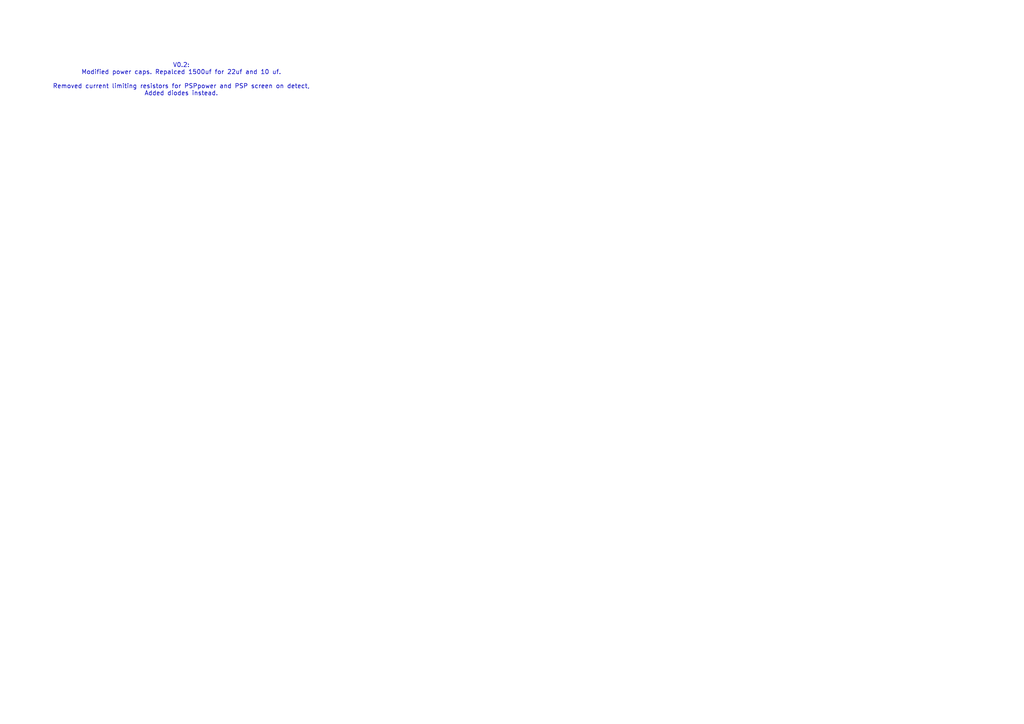
<source format=kicad_sch>
(kicad_sch
	(version 20231120)
	(generator "eeschema")
	(generator_version "8.0")
	(uuid "fed3807d-3ff8-484a-a5cc-56839d932fbe")
	(paper "A4")
	(title_block
		(title "PSP-Bluetooth")
		(date "2024-07-25")
		(rev "0.1")
		(comment 2 "https://github.com/ste2425/PSP-Bluetooth")
		(comment 4 "UNDER REVIEW - SUBJECT TO CHANGE")
	)
	(lib_symbols)
	(text "V0.2:\nModified power caps. Repalced 1500uf for 22uf and 10 uf.\n\nRemoved current limiting resistors for PSPpower and PSP screen on detect,\nAdded diodes instead."
		(exclude_from_sim no)
		(at 52.578 23.114 0)
		(effects
			(font
				(size 1.27 1.27)
			)
		)
		(uuid "f0e3d11b-fd39-4df2-a414-1940be8e2ddd")
	)
)

</source>
